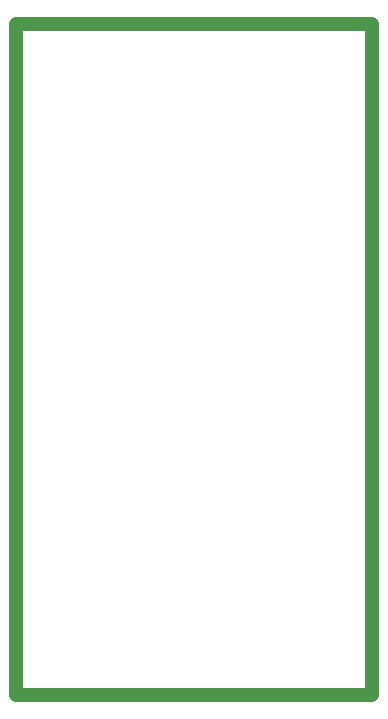
<source format=gm1>
%FSLAX25Y25*%
%MOIN*%
G70*
G01*
G75*
G04 Layer_Color=16711935*
%ADD10R,0.03543X0.02756*%
%ADD11R,0.22835X0.25197*%
%ADD12R,0.03150X0.08661*%
%ADD13R,0.02362X0.04528*%
%ADD14R,0.02756X0.03543*%
%ADD15O,0.02362X0.09055*%
%ADD16C,0.07000*%
%ADD17C,0.01000*%
%ADD18C,0.06400*%
%ADD19C,0.06500*%
%ADD20R,0.60500X0.07500*%
%ADD21R,0.08000X0.18500*%
%ADD22C,0.07874*%
%ADD23C,0.04500*%
%ADD24R,0.03740X0.03543*%
%ADD25R,0.03543X0.03740*%
%ADD26C,0.01969*%
%ADD27R,0.09000X0.09500*%
%ADD28C,0.00984*%
%ADD29C,0.02362*%
%ADD30C,0.00787*%
%ADD31C,0.00500*%
%ADD32C,0.00600*%
%ADD33R,0.04343X0.03556*%
%ADD34R,0.23635X0.25997*%
%ADD35R,0.03386X0.08898*%
%ADD36R,0.03162X0.05328*%
%ADD37R,0.03556X0.04343*%
%ADD38O,0.03162X0.09855*%
%ADD39C,0.00800*%
%ADD40C,0.08674*%
%ADD41C,0.05300*%
%ADD42R,0.04540X0.04343*%
%ADD43R,0.04343X0.04540*%
%ADD44C,0.04724*%
D44*
X0Y0D02*
X118500D01*
Y223500D01*
X0D02*
X118500D01*
X0Y0D02*
Y223500D01*
M02*

</source>
